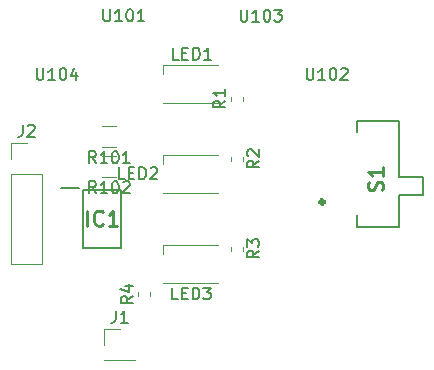
<source format=gbr>
G04 #@! TF.GenerationSoftware,KiCad,Pcbnew,(5.1.6)-1*
G04 #@! TF.CreationDate,2020-10-21T14:23:11+02:00*
G04 #@! TF.ProjectId,Stimmungslicht,5374696d-6d75-46e6-9773-6c696368742e,rev?*
G04 #@! TF.SameCoordinates,Original*
G04 #@! TF.FileFunction,Legend,Top*
G04 #@! TF.FilePolarity,Positive*
%FSLAX46Y46*%
G04 Gerber Fmt 4.6, Leading zero omitted, Abs format (unit mm)*
G04 Created by KiCad (PCBNEW (5.1.6)-1) date 2020-10-21 14:23:11*
%MOMM*%
%LPD*%
G01*
G04 APERTURE LIST*
%ADD10C,0.400000*%
%ADD11C,0.200000*%
%ADD12C,0.120000*%
%ADD13C,0.254000*%
%ADD14C,0.150000*%
G04 APERTURE END LIST*
D10*
X155395350Y-118705600D02*
G75*
G03*
X155395350Y-118705600I-164150J0D01*
G01*
D11*
X161791200Y-111806600D02*
X158191200Y-111806600D01*
X161791200Y-116606600D02*
X161791200Y-111806600D01*
X163791200Y-116606600D02*
X161791200Y-116606600D01*
X163791200Y-118106600D02*
X163791200Y-116606600D01*
X161791200Y-118106600D02*
X163791200Y-118106600D01*
X161791200Y-120806600D02*
X161791200Y-118106600D01*
X158191200Y-120806600D02*
X161791200Y-120806600D01*
X158191200Y-120806600D02*
X158191200Y-119806600D01*
X158191200Y-111806600D02*
X158191200Y-112806600D01*
D12*
X137838264Y-114761600D02*
X136634136Y-114761600D01*
X137838264Y-116581600D02*
X136634136Y-116581600D01*
X137838264Y-112221600D02*
X136634136Y-112221600D01*
X137838264Y-114041600D02*
X136634136Y-114041600D01*
D11*
X133126200Y-117536600D02*
X134651200Y-117536600D01*
X135001200Y-122566600D02*
X135001200Y-117666600D01*
X138201200Y-122566600D02*
X135001200Y-122566600D01*
X138201200Y-117666600D02*
X138201200Y-122566600D01*
X135001200Y-117666600D02*
X138201200Y-117666600D01*
D12*
X136795200Y-132114600D02*
X139455200Y-132114600D01*
X136795200Y-132054600D02*
X136795200Y-132114600D01*
X139455200Y-132054600D02*
X139455200Y-132114600D01*
X136795200Y-132054600D02*
X139455200Y-132054600D01*
X136795200Y-130784600D02*
X136795200Y-129454600D01*
X136795200Y-129454600D02*
X138125200Y-129454600D01*
X146471200Y-110286600D02*
X141821200Y-110286600D01*
X146471200Y-107086600D02*
X141821200Y-107086600D01*
X141821200Y-107086600D02*
X141821200Y-107886600D01*
X146469800Y-117906600D02*
X141819800Y-117906600D01*
X146469800Y-114706600D02*
X141819800Y-114706600D01*
X141819800Y-114706600D02*
X141819800Y-115506600D01*
X141821200Y-122326600D02*
X141821200Y-123126600D01*
X146471200Y-122326600D02*
X141821200Y-122326600D01*
X146471200Y-125526600D02*
X141821200Y-125526600D01*
X147521200Y-110127867D02*
X147521200Y-109785333D01*
X148541200Y-110127867D02*
X148541200Y-109785333D01*
X147521200Y-114865333D02*
X147521200Y-115207867D01*
X148541200Y-114865333D02*
X148541200Y-115207867D01*
X148541200Y-122485333D02*
X148541200Y-122827867D01*
X147521200Y-122485333D02*
X147521200Y-122827867D01*
X140712920Y-126644187D02*
X140712920Y-126301653D01*
X139692920Y-126644187D02*
X139692920Y-126301653D01*
X128921200Y-123986600D02*
X131581200Y-123986600D01*
X128921200Y-116306600D02*
X128921200Y-123986600D01*
X131581200Y-116306600D02*
X131581200Y-123986600D01*
X128921200Y-116306600D02*
X131581200Y-116306600D01*
X128921200Y-115036600D02*
X128921200Y-113706600D01*
X128921200Y-113706600D02*
X130251200Y-113706600D01*
D13*
X160352247Y-117704219D02*
X160412723Y-117522790D01*
X160412723Y-117220409D01*
X160352247Y-117099457D01*
X160291771Y-117038980D01*
X160170819Y-116978504D01*
X160049866Y-116978504D01*
X159928914Y-117038980D01*
X159868438Y-117099457D01*
X159807961Y-117220409D01*
X159747485Y-117462314D01*
X159687009Y-117583266D01*
X159626533Y-117643742D01*
X159505580Y-117704219D01*
X159384628Y-117704219D01*
X159263676Y-117643742D01*
X159203200Y-117583266D01*
X159142723Y-117462314D01*
X159142723Y-117159933D01*
X159203200Y-116978504D01*
X160412723Y-115768980D02*
X160412723Y-116494695D01*
X160412723Y-116131838D02*
X159142723Y-116131838D01*
X159324152Y-116252790D01*
X159445104Y-116373742D01*
X159505580Y-116494695D01*
D14*
X148348914Y-102415980D02*
X148348914Y-103225504D01*
X148396533Y-103320742D01*
X148444152Y-103368361D01*
X148539390Y-103415980D01*
X148729866Y-103415980D01*
X148825104Y-103368361D01*
X148872723Y-103320742D01*
X148920342Y-103225504D01*
X148920342Y-102415980D01*
X149920342Y-103415980D02*
X149348914Y-103415980D01*
X149634628Y-103415980D02*
X149634628Y-102415980D01*
X149539390Y-102558838D01*
X149444152Y-102654076D01*
X149348914Y-102701695D01*
X150539390Y-102415980D02*
X150634628Y-102415980D01*
X150729866Y-102463600D01*
X150777485Y-102511219D01*
X150825104Y-102606457D01*
X150872723Y-102796933D01*
X150872723Y-103035028D01*
X150825104Y-103225504D01*
X150777485Y-103320742D01*
X150729866Y-103368361D01*
X150634628Y-103415980D01*
X150539390Y-103415980D01*
X150444152Y-103368361D01*
X150396533Y-103320742D01*
X150348914Y-103225504D01*
X150301295Y-103035028D01*
X150301295Y-102796933D01*
X150348914Y-102606457D01*
X150396533Y-102511219D01*
X150444152Y-102463600D01*
X150539390Y-102415980D01*
X151206057Y-102415980D02*
X151825104Y-102415980D01*
X151491771Y-102796933D01*
X151634628Y-102796933D01*
X151729866Y-102844552D01*
X151777485Y-102892171D01*
X151825104Y-102987409D01*
X151825104Y-103225504D01*
X151777485Y-103320742D01*
X151729866Y-103368361D01*
X151634628Y-103415980D01*
X151348914Y-103415980D01*
X151253676Y-103368361D01*
X151206057Y-103320742D01*
X131076914Y-107368980D02*
X131076914Y-108178504D01*
X131124533Y-108273742D01*
X131172152Y-108321361D01*
X131267390Y-108368980D01*
X131457866Y-108368980D01*
X131553104Y-108321361D01*
X131600723Y-108273742D01*
X131648342Y-108178504D01*
X131648342Y-107368980D01*
X132648342Y-108368980D02*
X132076914Y-108368980D01*
X132362628Y-108368980D02*
X132362628Y-107368980D01*
X132267390Y-107511838D01*
X132172152Y-107607076D01*
X132076914Y-107654695D01*
X133267390Y-107368980D02*
X133362628Y-107368980D01*
X133457866Y-107416600D01*
X133505485Y-107464219D01*
X133553104Y-107559457D01*
X133600723Y-107749933D01*
X133600723Y-107988028D01*
X133553104Y-108178504D01*
X133505485Y-108273742D01*
X133457866Y-108321361D01*
X133362628Y-108368980D01*
X133267390Y-108368980D01*
X133172152Y-108321361D01*
X133124533Y-108273742D01*
X133076914Y-108178504D01*
X133029295Y-107988028D01*
X133029295Y-107749933D01*
X133076914Y-107559457D01*
X133124533Y-107464219D01*
X133172152Y-107416600D01*
X133267390Y-107368980D01*
X134457866Y-107702314D02*
X134457866Y-108368980D01*
X134219771Y-107321361D02*
X133981676Y-108035647D01*
X134600723Y-108035647D01*
X153936914Y-107368980D02*
X153936914Y-108178504D01*
X153984533Y-108273742D01*
X154032152Y-108321361D01*
X154127390Y-108368980D01*
X154317866Y-108368980D01*
X154413104Y-108321361D01*
X154460723Y-108273742D01*
X154508342Y-108178504D01*
X154508342Y-107368980D01*
X155508342Y-108368980D02*
X154936914Y-108368980D01*
X155222628Y-108368980D02*
X155222628Y-107368980D01*
X155127390Y-107511838D01*
X155032152Y-107607076D01*
X154936914Y-107654695D01*
X156127390Y-107368980D02*
X156222628Y-107368980D01*
X156317866Y-107416600D01*
X156365485Y-107464219D01*
X156413104Y-107559457D01*
X156460723Y-107749933D01*
X156460723Y-107988028D01*
X156413104Y-108178504D01*
X156365485Y-108273742D01*
X156317866Y-108321361D01*
X156222628Y-108368980D01*
X156127390Y-108368980D01*
X156032152Y-108321361D01*
X155984533Y-108273742D01*
X155936914Y-108178504D01*
X155889295Y-107988028D01*
X155889295Y-107749933D01*
X155936914Y-107559457D01*
X155984533Y-107464219D01*
X156032152Y-107416600D01*
X156127390Y-107368980D01*
X156841676Y-107464219D02*
X156889295Y-107416600D01*
X156984533Y-107368980D01*
X157222628Y-107368980D01*
X157317866Y-107416600D01*
X157365485Y-107464219D01*
X157413104Y-107559457D01*
X157413104Y-107654695D01*
X157365485Y-107797552D01*
X156794057Y-108368980D01*
X157413104Y-108368980D01*
X136738574Y-102385500D02*
X136738574Y-103195024D01*
X136786193Y-103290262D01*
X136833812Y-103337881D01*
X136929050Y-103385500D01*
X137119526Y-103385500D01*
X137214764Y-103337881D01*
X137262383Y-103290262D01*
X137310002Y-103195024D01*
X137310002Y-102385500D01*
X138310002Y-103385500D02*
X137738574Y-103385500D01*
X138024288Y-103385500D02*
X138024288Y-102385500D01*
X137929050Y-102528358D01*
X137833812Y-102623596D01*
X137738574Y-102671215D01*
X138929050Y-102385500D02*
X139024288Y-102385500D01*
X139119526Y-102433120D01*
X139167145Y-102480739D01*
X139214764Y-102575977D01*
X139262383Y-102766453D01*
X139262383Y-103004548D01*
X139214764Y-103195024D01*
X139167145Y-103290262D01*
X139119526Y-103337881D01*
X139024288Y-103385500D01*
X138929050Y-103385500D01*
X138833812Y-103337881D01*
X138786193Y-103290262D01*
X138738574Y-103195024D01*
X138690955Y-103004548D01*
X138690955Y-102766453D01*
X138738574Y-102575977D01*
X138786193Y-102480739D01*
X138833812Y-102433120D01*
X138929050Y-102385500D01*
X140214764Y-103385500D02*
X139643336Y-103385500D01*
X139929050Y-103385500D02*
X139929050Y-102385500D01*
X139833812Y-102528358D01*
X139738574Y-102623596D01*
X139643336Y-102671215D01*
X136117152Y-117943980D02*
X135783819Y-117467790D01*
X135545723Y-117943980D02*
X135545723Y-116943980D01*
X135926676Y-116943980D01*
X136021914Y-116991600D01*
X136069533Y-117039219D01*
X136117152Y-117134457D01*
X136117152Y-117277314D01*
X136069533Y-117372552D01*
X136021914Y-117420171D01*
X135926676Y-117467790D01*
X135545723Y-117467790D01*
X137069533Y-117943980D02*
X136498104Y-117943980D01*
X136783819Y-117943980D02*
X136783819Y-116943980D01*
X136688580Y-117086838D01*
X136593342Y-117182076D01*
X136498104Y-117229695D01*
X137688580Y-116943980D02*
X137783819Y-116943980D01*
X137879057Y-116991600D01*
X137926676Y-117039219D01*
X137974295Y-117134457D01*
X138021914Y-117324933D01*
X138021914Y-117563028D01*
X137974295Y-117753504D01*
X137926676Y-117848742D01*
X137879057Y-117896361D01*
X137783819Y-117943980D01*
X137688580Y-117943980D01*
X137593342Y-117896361D01*
X137545723Y-117848742D01*
X137498104Y-117753504D01*
X137450485Y-117563028D01*
X137450485Y-117324933D01*
X137498104Y-117134457D01*
X137545723Y-117039219D01*
X137593342Y-116991600D01*
X137688580Y-116943980D01*
X138402866Y-117039219D02*
X138450485Y-116991600D01*
X138545723Y-116943980D01*
X138783819Y-116943980D01*
X138879057Y-116991600D01*
X138926676Y-117039219D01*
X138974295Y-117134457D01*
X138974295Y-117229695D01*
X138926676Y-117372552D01*
X138355247Y-117943980D01*
X138974295Y-117943980D01*
X136117152Y-115403980D02*
X135783819Y-114927790D01*
X135545723Y-115403980D02*
X135545723Y-114403980D01*
X135926676Y-114403980D01*
X136021914Y-114451600D01*
X136069533Y-114499219D01*
X136117152Y-114594457D01*
X136117152Y-114737314D01*
X136069533Y-114832552D01*
X136021914Y-114880171D01*
X135926676Y-114927790D01*
X135545723Y-114927790D01*
X137069533Y-115403980D02*
X136498104Y-115403980D01*
X136783819Y-115403980D02*
X136783819Y-114403980D01*
X136688580Y-114546838D01*
X136593342Y-114642076D01*
X136498104Y-114689695D01*
X137688580Y-114403980D02*
X137783819Y-114403980D01*
X137879057Y-114451600D01*
X137926676Y-114499219D01*
X137974295Y-114594457D01*
X138021914Y-114784933D01*
X138021914Y-115023028D01*
X137974295Y-115213504D01*
X137926676Y-115308742D01*
X137879057Y-115356361D01*
X137783819Y-115403980D01*
X137688580Y-115403980D01*
X137593342Y-115356361D01*
X137545723Y-115308742D01*
X137498104Y-115213504D01*
X137450485Y-115023028D01*
X137450485Y-114784933D01*
X137498104Y-114594457D01*
X137545723Y-114499219D01*
X137593342Y-114451600D01*
X137688580Y-114403980D01*
X138974295Y-115403980D02*
X138402866Y-115403980D01*
X138688580Y-115403980D02*
X138688580Y-114403980D01*
X138593342Y-114546838D01*
X138498104Y-114642076D01*
X138402866Y-114689695D01*
D13*
X135361438Y-120691123D02*
X135361438Y-119421123D01*
X136691914Y-120570171D02*
X136631438Y-120630647D01*
X136450009Y-120691123D01*
X136329057Y-120691123D01*
X136147628Y-120630647D01*
X136026676Y-120509695D01*
X135966200Y-120388742D01*
X135905723Y-120146838D01*
X135905723Y-119965409D01*
X135966200Y-119723504D01*
X136026676Y-119602552D01*
X136147628Y-119481600D01*
X136329057Y-119421123D01*
X136450009Y-119421123D01*
X136631438Y-119481600D01*
X136691914Y-119542076D01*
X137901438Y-120691123D02*
X137175723Y-120691123D01*
X137538580Y-120691123D02*
X137538580Y-119421123D01*
X137417628Y-119602552D01*
X137296676Y-119723504D01*
X137175723Y-119783980D01*
D14*
X137791866Y-127906980D02*
X137791866Y-128621266D01*
X137744247Y-128764123D01*
X137649009Y-128859361D01*
X137506152Y-128906980D01*
X137410914Y-128906980D01*
X138791866Y-128906980D02*
X138220438Y-128906980D01*
X138506152Y-128906980D02*
X138506152Y-127906980D01*
X138410914Y-128049838D01*
X138315676Y-128145076D01*
X138220438Y-128192695D01*
X143102152Y-106638980D02*
X142625961Y-106638980D01*
X142625961Y-105638980D01*
X143435485Y-106115171D02*
X143768819Y-106115171D01*
X143911676Y-106638980D02*
X143435485Y-106638980D01*
X143435485Y-105638980D01*
X143911676Y-105638980D01*
X144340247Y-106638980D02*
X144340247Y-105638980D01*
X144578342Y-105638980D01*
X144721200Y-105686600D01*
X144816438Y-105781838D01*
X144864057Y-105877076D01*
X144911676Y-106067552D01*
X144911676Y-106210409D01*
X144864057Y-106400885D01*
X144816438Y-106496123D01*
X144721200Y-106591361D01*
X144578342Y-106638980D01*
X144340247Y-106638980D01*
X145864057Y-106638980D02*
X145292628Y-106638980D01*
X145578342Y-106638980D02*
X145578342Y-105638980D01*
X145483104Y-105781838D01*
X145387866Y-105877076D01*
X145292628Y-105924695D01*
X138555552Y-116758980D02*
X138079361Y-116758980D01*
X138079361Y-115758980D01*
X138888885Y-116235171D02*
X139222219Y-116235171D01*
X139365076Y-116758980D02*
X138888885Y-116758980D01*
X138888885Y-115758980D01*
X139365076Y-115758980D01*
X139793647Y-116758980D02*
X139793647Y-115758980D01*
X140031742Y-115758980D01*
X140174600Y-115806600D01*
X140269838Y-115901838D01*
X140317457Y-115997076D01*
X140365076Y-116187552D01*
X140365076Y-116330409D01*
X140317457Y-116520885D01*
X140269838Y-116616123D01*
X140174600Y-116711361D01*
X140031742Y-116758980D01*
X139793647Y-116758980D01*
X140746028Y-115854219D02*
X140793647Y-115806600D01*
X140888885Y-115758980D01*
X141126980Y-115758980D01*
X141222219Y-115806600D01*
X141269838Y-115854219D01*
X141317457Y-115949457D01*
X141317457Y-116044695D01*
X141269838Y-116187552D01*
X140698409Y-116758980D01*
X141317457Y-116758980D01*
X143051352Y-126944380D02*
X142575161Y-126944380D01*
X142575161Y-125944380D01*
X143384685Y-126420571D02*
X143718019Y-126420571D01*
X143860876Y-126944380D02*
X143384685Y-126944380D01*
X143384685Y-125944380D01*
X143860876Y-125944380D01*
X144289447Y-126944380D02*
X144289447Y-125944380D01*
X144527542Y-125944380D01*
X144670400Y-125992000D01*
X144765638Y-126087238D01*
X144813257Y-126182476D01*
X144860876Y-126372952D01*
X144860876Y-126515809D01*
X144813257Y-126706285D01*
X144765638Y-126801523D01*
X144670400Y-126896761D01*
X144527542Y-126944380D01*
X144289447Y-126944380D01*
X145194209Y-125944380D02*
X145813257Y-125944380D01*
X145479923Y-126325333D01*
X145622780Y-126325333D01*
X145718019Y-126372952D01*
X145765638Y-126420571D01*
X145813257Y-126515809D01*
X145813257Y-126753904D01*
X145765638Y-126849142D01*
X145718019Y-126896761D01*
X145622780Y-126944380D01*
X145337066Y-126944380D01*
X145241828Y-126896761D01*
X145194209Y-126849142D01*
X147053580Y-110123266D02*
X146577390Y-110456600D01*
X147053580Y-110694695D02*
X146053580Y-110694695D01*
X146053580Y-110313742D01*
X146101200Y-110218504D01*
X146148819Y-110170885D01*
X146244057Y-110123266D01*
X146386914Y-110123266D01*
X146482152Y-110170885D01*
X146529771Y-110218504D01*
X146577390Y-110313742D01*
X146577390Y-110694695D01*
X147053580Y-109170885D02*
X147053580Y-109742314D01*
X147053580Y-109456600D02*
X146053580Y-109456600D01*
X146196438Y-109551838D01*
X146291676Y-109647076D01*
X146339295Y-109742314D01*
X149913580Y-115203266D02*
X149437390Y-115536600D01*
X149913580Y-115774695D02*
X148913580Y-115774695D01*
X148913580Y-115393742D01*
X148961200Y-115298504D01*
X149008819Y-115250885D01*
X149104057Y-115203266D01*
X149246914Y-115203266D01*
X149342152Y-115250885D01*
X149389771Y-115298504D01*
X149437390Y-115393742D01*
X149437390Y-115774695D01*
X149008819Y-114822314D02*
X148961200Y-114774695D01*
X148913580Y-114679457D01*
X148913580Y-114441361D01*
X148961200Y-114346123D01*
X149008819Y-114298504D01*
X149104057Y-114250885D01*
X149199295Y-114250885D01*
X149342152Y-114298504D01*
X149913580Y-114869933D01*
X149913580Y-114250885D01*
X149913580Y-122823266D02*
X149437390Y-123156600D01*
X149913580Y-123394695D02*
X148913580Y-123394695D01*
X148913580Y-123013742D01*
X148961200Y-122918504D01*
X149008819Y-122870885D01*
X149104057Y-122823266D01*
X149246914Y-122823266D01*
X149342152Y-122870885D01*
X149389771Y-122918504D01*
X149437390Y-123013742D01*
X149437390Y-123394695D01*
X148913580Y-122489933D02*
X148913580Y-121870885D01*
X149294533Y-122204219D01*
X149294533Y-122061361D01*
X149342152Y-121966123D01*
X149389771Y-121918504D01*
X149485009Y-121870885D01*
X149723104Y-121870885D01*
X149818342Y-121918504D01*
X149865961Y-121966123D01*
X149913580Y-122061361D01*
X149913580Y-122347076D01*
X149865961Y-122442314D01*
X149818342Y-122489933D01*
X139232900Y-126664986D02*
X138756710Y-126998320D01*
X139232900Y-127236415D02*
X138232900Y-127236415D01*
X138232900Y-126855462D01*
X138280520Y-126760224D01*
X138328139Y-126712605D01*
X138423377Y-126664986D01*
X138566234Y-126664986D01*
X138661472Y-126712605D01*
X138709091Y-126760224D01*
X138756710Y-126855462D01*
X138756710Y-127236415D01*
X138566234Y-125807843D02*
X139232900Y-125807843D01*
X138185281Y-126045939D02*
X138899567Y-126284034D01*
X138899567Y-125664986D01*
X129917866Y-112158980D02*
X129917866Y-112873266D01*
X129870247Y-113016123D01*
X129775009Y-113111361D01*
X129632152Y-113158980D01*
X129536914Y-113158980D01*
X130346438Y-112254219D02*
X130394057Y-112206600D01*
X130489295Y-112158980D01*
X130727390Y-112158980D01*
X130822628Y-112206600D01*
X130870247Y-112254219D01*
X130917866Y-112349457D01*
X130917866Y-112444695D01*
X130870247Y-112587552D01*
X130298819Y-113158980D01*
X130917866Y-113158980D01*
M02*

</source>
